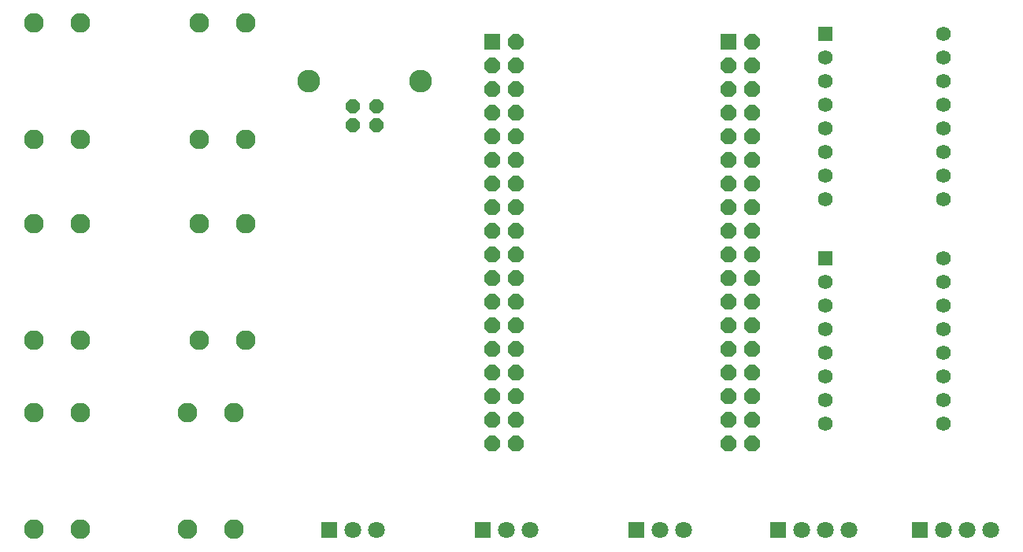
<source format=gbr>
G04 EAGLE Gerber RS-274X export*
G75*
%MOMM*%
%FSLAX34Y34*%
%LPD*%
%INSoldermask Bottom*%
%IPPOS*%
%AMOC8*
5,1,8,0,0,1.08239X$1,22.5*%
G01*
%ADD10C,2.112400*%
%ADD11R,1.676400X1.676400*%
%ADD12P,1.814519X8X292.500000*%
%ADD13R,1.580400X1.580400*%
%ADD14C,1.580400*%
%ADD15R,1.803400X1.803400*%
%ADD16C,1.803400*%
%ADD17P,1.604535X8X202.500000*%
%ADD18C,2.452400*%


D10*
X355200Y483600D03*
X305200Y483600D03*
X305200Y608600D03*
X355200Y608600D03*
D11*
X619500Y588600D03*
D12*
X644900Y588600D03*
X619500Y563200D03*
X644900Y563200D03*
X619500Y537800D03*
X644900Y537800D03*
X619500Y512400D03*
X644900Y512400D03*
X619500Y487000D03*
X644900Y487000D03*
X619500Y461600D03*
X644900Y461600D03*
X619500Y436200D03*
X644900Y436200D03*
X619500Y410800D03*
X644900Y410800D03*
X619500Y385400D03*
X644900Y385400D03*
X619500Y360000D03*
X644900Y360000D03*
X619500Y334600D03*
X644900Y334600D03*
X619500Y309200D03*
X644900Y309200D03*
X619500Y283800D03*
X644900Y283800D03*
X619500Y258400D03*
X644900Y258400D03*
X619500Y233000D03*
X644900Y233000D03*
X619500Y207600D03*
X644900Y207600D03*
X619500Y182200D03*
X644900Y182200D03*
X619500Y156800D03*
X644900Y156800D03*
D11*
X873500Y588600D03*
D12*
X898900Y588600D03*
X873500Y563200D03*
X898900Y563200D03*
X873500Y537800D03*
X898900Y537800D03*
X873500Y512400D03*
X898900Y512400D03*
X873500Y487000D03*
X898900Y487000D03*
X873500Y461600D03*
X898900Y461600D03*
X873500Y436200D03*
X898900Y436200D03*
X873500Y410800D03*
X898900Y410800D03*
X873500Y385400D03*
X898900Y385400D03*
X873500Y360000D03*
X898900Y360000D03*
X873500Y334600D03*
X898900Y334600D03*
X873500Y309200D03*
X898900Y309200D03*
X873500Y283800D03*
X898900Y283800D03*
X873500Y258400D03*
X898900Y258400D03*
X873500Y233000D03*
X898900Y233000D03*
X873500Y207600D03*
X898900Y207600D03*
X873500Y182200D03*
X898900Y182200D03*
X873500Y156800D03*
X898900Y156800D03*
D13*
X977900Y596900D03*
D14*
X977900Y571500D03*
X977900Y546100D03*
X977900Y520700D03*
X977900Y495300D03*
X977900Y469900D03*
X977900Y444500D03*
X977900Y419100D03*
X1104900Y419100D03*
X1104900Y444500D03*
X1104900Y469900D03*
X1104900Y495300D03*
X1104900Y520700D03*
X1104900Y546100D03*
X1104900Y571500D03*
X1104900Y596900D03*
D15*
X609600Y63500D03*
D16*
X635000Y63500D03*
X660400Y63500D03*
D15*
X444500Y63500D03*
D16*
X469900Y63500D03*
X495300Y63500D03*
D15*
X774700Y63500D03*
D16*
X800100Y63500D03*
X825500Y63500D03*
D10*
X355200Y267700D03*
X305200Y267700D03*
X305200Y392700D03*
X355200Y392700D03*
X342500Y64500D03*
X292500Y64500D03*
X292500Y189500D03*
X342500Y189500D03*
X177400Y483600D03*
X127400Y483600D03*
X127400Y608600D03*
X177400Y608600D03*
X177400Y267700D03*
X127400Y267700D03*
X127400Y392700D03*
X177400Y392700D03*
X177400Y64500D03*
X127400Y64500D03*
X127400Y189500D03*
X177400Y189500D03*
D15*
X1079500Y63500D03*
D16*
X1104900Y63500D03*
X1130300Y63500D03*
X1155700Y63500D03*
D13*
X977900Y355600D03*
D14*
X977900Y330200D03*
X977900Y304800D03*
X977900Y279400D03*
X977900Y254000D03*
X977900Y228600D03*
X977900Y203200D03*
X977900Y177800D03*
X1104900Y177800D03*
X1104900Y203200D03*
X1104900Y228600D03*
X1104900Y254000D03*
X1104900Y279400D03*
X1104900Y304800D03*
X1104900Y330200D03*
X1104900Y355600D03*
D15*
X927100Y63500D03*
D16*
X952500Y63500D03*
X977900Y63500D03*
X1003300Y63500D03*
D17*
X470100Y499000D03*
X495100Y499000D03*
X495100Y519000D03*
X470100Y519000D03*
D18*
X542800Y546100D03*
X422400Y546100D03*
M02*

</source>
